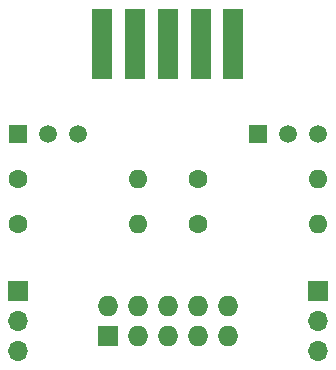
<source format=gts>
G04 #@! TF.GenerationSoftware,KiCad,Pcbnew,(5.1.8)-1*
G04 #@! TF.CreationDate,2021-01-08T23:45:19+01:00*
G04 #@! TF.ProjectId,Atari 7800,41746172-6920-4373-9830-302e6b696361,rev?*
G04 #@! TF.SameCoordinates,Original*
G04 #@! TF.FileFunction,Soldermask,Top*
G04 #@! TF.FilePolarity,Negative*
%FSLAX46Y46*%
G04 Gerber Fmt 4.6, Leading zero omitted, Abs format (unit mm)*
G04 Created by KiCad (PCBNEW (5.1.8)-1) date 2021-01-08 23:45:19*
%MOMM*%
%LPD*%
G01*
G04 APERTURE LIST*
%ADD10R,1.700000X6.000000*%
%ADD11R,1.520000X1.520000*%
%ADD12C,1.520000*%
%ADD13R,1.700000X1.700000*%
%ADD14O,1.700000X1.700000*%
%ADD15O,1.727200X1.727200*%
%ADD16R,1.727200X1.727200*%
%ADD17O,1.600000X1.600000*%
%ADD18C,1.600000*%
G04 APERTURE END LIST*
D10*
X136684500Y-64833500D03*
X139454500Y-64833500D03*
X142224500Y-64833500D03*
X144994500Y-64833500D03*
X147764500Y-64833500D03*
D11*
X129540000Y-72390000D03*
D12*
X134620000Y-72390000D03*
X132080000Y-72390000D03*
D13*
X154940000Y-85725000D03*
D14*
X154940000Y-88265000D03*
X154940000Y-90805000D03*
D15*
X147320000Y-86995000D03*
X144780000Y-86995000D03*
X142240000Y-86995000D03*
X139700000Y-86995000D03*
X137160000Y-86995000D03*
X147320000Y-89535000D03*
X144780000Y-89535000D03*
X142240000Y-89535000D03*
X139700000Y-89535000D03*
D16*
X137160000Y-89535000D03*
D14*
X129540000Y-90805000D03*
X129540000Y-88265000D03*
D13*
X129540000Y-85725000D03*
D12*
X152400000Y-72390000D03*
X154940000Y-72390000D03*
D11*
X149860000Y-72390000D03*
D17*
X139700000Y-80010000D03*
D18*
X129540000Y-80010000D03*
X144780000Y-80010000D03*
D17*
X154940000Y-80010000D03*
X139700000Y-76200000D03*
D18*
X129540000Y-76200000D03*
X144780000Y-76200000D03*
D17*
X154940000Y-76200000D03*
M02*

</source>
